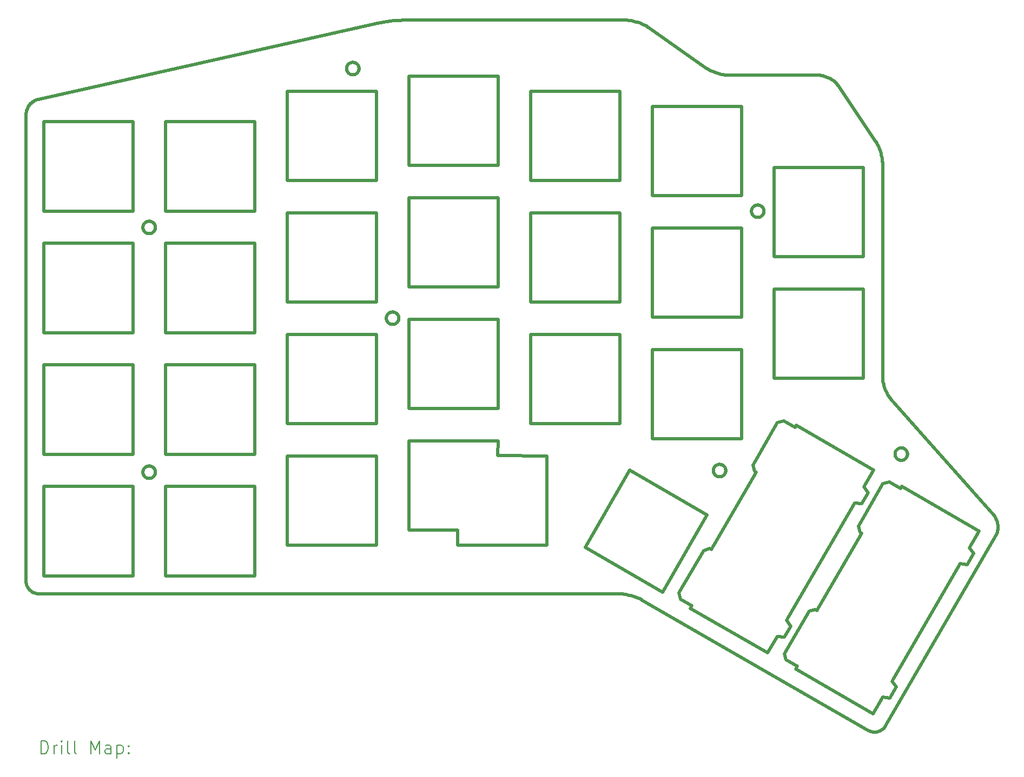
<source format=gbr>
%TF.GenerationSoftware,KiCad,Pcbnew,8.0.0*%
%TF.CreationDate,2024-03-05T17:39:41+11:00*%
%TF.ProjectId,ergodash-mini-double-pcb-plate,6572676f-6461-4736-982d-6d696e692d64,rev?*%
%TF.SameCoordinates,Original*%
%TF.FileFunction,Drillmap*%
%TF.FilePolarity,Positive*%
%FSLAX45Y45*%
G04 Gerber Fmt 4.5, Leading zero omitted, Abs format (unit mm)*
G04 Created by KiCad (PCBNEW 8.0.0) date 2024-03-05 17:39:41*
%MOMM*%
%LPD*%
G01*
G04 APERTURE LIST*
%ADD10C,0.499992*%
%ADD11C,0.499998*%
%ADD12C,0.200000*%
G04 APERTURE END LIST*
D10*
X19782122Y-11227468D02*
X19803112Y-11191204D01*
X21014833Y-11892349D01*
X20861622Y-12157214D01*
X20925439Y-12246220D01*
X20825462Y-12419186D01*
X20716348Y-12408144D01*
X19652828Y-14248128D01*
X19716046Y-14336745D01*
X19616034Y-14509712D01*
X19507555Y-14499058D01*
X19357307Y-14756939D01*
X18145550Y-14055793D01*
X18169539Y-14014342D01*
X17992268Y-13911754D01*
X17966727Y-13816116D01*
X18352066Y-13149542D01*
X18447704Y-13124001D01*
X18473704Y-13138995D01*
X19174779Y-11927380D01*
X19149097Y-11912528D01*
X19123591Y-11816889D01*
X19508930Y-11150317D01*
X19604569Y-11124775D01*
X19782122Y-11227468D01*
X18132180Y-10274969D02*
X18153170Y-10238703D01*
X19364856Y-10939849D01*
X19211680Y-11204714D01*
X19275498Y-11293720D01*
X19175520Y-11466687D01*
X19066371Y-11455645D01*
X18002887Y-13295628D01*
X18066069Y-13384246D01*
X17966092Y-13557214D01*
X17857613Y-13546559D01*
X17707330Y-13804440D01*
X16495608Y-13103294D01*
X16519597Y-13061842D01*
X16342291Y-12959254D01*
X16316750Y-12863616D01*
X16702124Y-12197042D01*
X16797762Y-12171502D01*
X16823762Y-12186494D01*
X17524838Y-10974880D01*
X17499156Y-10960027D01*
X17473614Y-10864388D01*
X17858989Y-10197816D01*
X17954627Y-10172274D01*
X18132180Y-10274969D01*
D11*
X8028743Y-10875346D02*
X8033699Y-10875723D01*
X8038582Y-10876343D01*
X8043387Y-10877201D01*
X8048107Y-10878290D01*
X8052736Y-10879604D01*
X8057268Y-10881138D01*
X8061697Y-10882884D01*
X8066017Y-10884838D01*
X8070222Y-10886991D01*
X8074305Y-10889340D01*
X8078261Y-10891877D01*
X8082083Y-10894596D01*
X8085766Y-10897491D01*
X8089303Y-10900556D01*
X8092688Y-10903785D01*
X8095915Y-10907172D01*
X8098979Y-10910710D01*
X8101872Y-10914394D01*
X8104589Y-10918217D01*
X8107123Y-10922174D01*
X8109469Y-10926257D01*
X8111621Y-10930461D01*
X8113572Y-10934780D01*
X8115317Y-10939208D01*
X8116848Y-10943738D01*
X8118161Y-10948364D01*
X8119248Y-10953081D01*
X8120105Y-10957882D01*
X8120724Y-10962761D01*
X8121101Y-10967711D01*
X8121227Y-10972727D01*
X8121101Y-10977746D01*
X8120724Y-10982699D01*
X8120105Y-10987580D01*
X8119248Y-10992382D01*
X8118161Y-10997099D01*
X8116848Y-11001726D01*
X8115316Y-11006256D01*
X8113572Y-11010683D01*
X8111621Y-11015001D01*
X8109469Y-11019204D01*
X8107123Y-11023286D01*
X8104588Y-11027240D01*
X8101871Y-11031062D01*
X8098978Y-11034743D01*
X8095915Y-11038279D01*
X8092688Y-11041664D01*
X8089302Y-11044890D01*
X8085765Y-11047953D01*
X8082083Y-11050845D01*
X8078260Y-11053562D01*
X8074304Y-11056096D01*
X8070221Y-11058442D01*
X8066016Y-11060593D01*
X8061696Y-11062544D01*
X8057267Y-11064288D01*
X8052735Y-11065820D01*
X8048106Y-11067133D01*
X8043386Y-11068220D01*
X8038582Y-11069077D01*
X8033699Y-11069696D01*
X8028743Y-11070072D01*
X8023721Y-11070199D01*
X8018708Y-11070072D01*
X8013760Y-11069696D01*
X8008884Y-11069077D01*
X8004086Y-11068220D01*
X7999372Y-11067133D01*
X7994747Y-11065820D01*
X7990219Y-11064288D01*
X7985794Y-11062544D01*
X7981476Y-11060593D01*
X7977274Y-11058442D01*
X7973192Y-11056096D01*
X7969237Y-11053562D01*
X7965415Y-11050845D01*
X7961732Y-11047953D01*
X7958195Y-11044890D01*
X7954809Y-11041664D01*
X7951581Y-11038279D01*
X7948516Y-11034743D01*
X7945622Y-11031062D01*
X7942903Y-11027240D01*
X7940367Y-11023286D01*
X7938019Y-11019204D01*
X7935865Y-11015001D01*
X7933912Y-11010683D01*
X7932166Y-11006256D01*
X7930632Y-11001726D01*
X7929318Y-10997099D01*
X7928229Y-10992382D01*
X7927371Y-10987580D01*
X7926751Y-10982699D01*
X7926374Y-10977746D01*
X7926247Y-10972727D01*
X7926374Y-10967711D01*
X7926751Y-10962761D01*
X7927371Y-10957882D01*
X7928229Y-10953081D01*
X7929318Y-10948364D01*
X7930632Y-10943738D01*
X7932166Y-10939208D01*
X7933912Y-10934780D01*
X7935865Y-10930461D01*
X7938019Y-10926257D01*
X7940367Y-10922174D01*
X7942903Y-10918217D01*
X7945622Y-10914394D01*
X7948516Y-10910710D01*
X7951581Y-10907172D01*
X7954809Y-10903785D01*
X7958195Y-10900556D01*
X7961732Y-10897491D01*
X7965415Y-10894596D01*
X7969237Y-10891877D01*
X7973192Y-10889340D01*
X7977274Y-10886991D01*
X7981476Y-10884838D01*
X7985794Y-10882884D01*
X7990219Y-10881138D01*
X7994747Y-10879604D01*
X7999372Y-10878290D01*
X8004086Y-10877201D01*
X8008884Y-10876343D01*
X8013760Y-10875723D01*
X8018708Y-10875346D01*
X8023721Y-10875219D01*
X8028743Y-10875346D01*
D10*
X6096000Y-12677209D02*
X6096000Y-5372315D01*
X6096261Y-12687463D02*
X6096000Y-12677209D01*
X6097037Y-12697588D02*
X6096261Y-12687463D01*
X6098315Y-12707569D02*
X6097037Y-12697588D01*
X6100082Y-12717395D02*
X6098315Y-12707569D01*
X6102324Y-12727051D02*
X6100082Y-12717395D01*
X6105030Y-12736527D02*
X6102324Y-12727051D01*
X6108186Y-12745808D02*
X6105030Y-12736527D01*
X6111780Y-12754882D02*
X6108186Y-12745808D01*
X6115799Y-12763736D02*
X6111780Y-12754882D01*
X6120230Y-12772358D02*
X6115799Y-12763736D01*
X6125059Y-12780734D02*
X6120230Y-12772358D01*
X6130275Y-12788851D02*
X6125059Y-12780734D01*
X6135865Y-12796698D02*
X6130275Y-12788851D01*
X6141815Y-12804260D02*
X6135865Y-12796698D01*
X6148114Y-12811526D02*
X6141815Y-12804260D01*
X6154747Y-12818483D02*
X6148114Y-12811526D01*
X6161702Y-12825117D02*
X6154747Y-12818483D01*
X6168967Y-12831415D02*
X6161702Y-12825117D01*
X6176529Y-12837366D02*
X6168967Y-12831415D01*
X6184374Y-12842956D02*
X6176529Y-12837366D01*
X6192491Y-12848173D02*
X6184374Y-12842956D01*
X6200865Y-12853003D02*
X6192491Y-12848173D01*
X6209485Y-12857434D02*
X6200865Y-12853003D01*
X6218338Y-12861452D02*
X6209485Y-12857434D01*
X6227410Y-12865046D02*
X6218338Y-12861452D01*
X6236689Y-12868203D02*
X6227410Y-12865046D01*
X6246162Y-12870909D02*
X6236689Y-12868203D01*
X6255816Y-12873151D02*
X6246162Y-12870909D01*
X6265639Y-12874918D02*
X6255816Y-12873151D01*
X6275618Y-12876196D02*
X6265639Y-12874918D01*
X6285739Y-12876972D02*
X6275618Y-12876196D01*
X6295991Y-12877233D02*
X6285739Y-12876972D01*
X15367213Y-12877233D02*
X6295991Y-12877233D01*
X15388485Y-12877752D02*
X15367213Y-12877233D01*
X15410922Y-12879275D02*
X15388485Y-12877752D01*
X15434335Y-12881749D02*
X15410922Y-12879275D01*
X15458532Y-12885124D02*
X15434335Y-12881749D01*
X15483322Y-12889349D02*
X15458532Y-12885124D01*
X15508513Y-12894371D02*
X15483322Y-12889349D01*
X15533915Y-12900139D02*
X15508513Y-12894371D01*
X15559336Y-12906602D02*
X15533915Y-12900139D01*
X15584585Y-12913708D02*
X15559336Y-12906602D01*
X15609471Y-12921406D02*
X15584585Y-12913708D01*
X15633803Y-12929645D02*
X15609471Y-12921406D01*
X15657388Y-12938372D02*
X15633803Y-12929645D01*
X15680038Y-12947537D02*
X15657388Y-12938372D01*
X15701559Y-12957087D02*
X15680038Y-12947537D01*
X15721761Y-12966972D02*
X15701559Y-12957087D01*
X15740452Y-12977140D02*
X15721761Y-12966972D01*
X19279801Y-15019124D02*
X15740452Y-12977140D01*
X19288813Y-15024023D02*
X19279801Y-15019124D01*
X19297969Y-15028412D02*
X19288813Y-15024023D01*
X19307253Y-15032294D02*
X19297969Y-15028412D01*
X19316648Y-15035676D02*
X19307253Y-15032294D01*
X19326135Y-15038561D02*
X19316648Y-15035676D01*
X19335697Y-15040954D02*
X19326135Y-15038561D01*
X19345316Y-15042861D02*
X19335697Y-15040954D01*
X19354976Y-15044285D02*
X19345316Y-15042861D01*
X19364658Y-15045231D02*
X19354976Y-15044285D01*
X19374345Y-15045705D02*
X19364658Y-15045231D01*
X19384020Y-15045710D02*
X19374345Y-15045705D01*
X19393665Y-15045252D02*
X19384020Y-15045710D01*
X19403262Y-15044335D02*
X19393665Y-15045252D01*
X19412794Y-15042964D02*
X19403262Y-15044335D01*
X19422243Y-15041144D02*
X19412794Y-15042964D01*
X19431593Y-15038880D02*
X19422243Y-15041144D01*
X19440825Y-15036175D02*
X19431593Y-15038880D01*
X19449921Y-15033035D02*
X19440825Y-15036175D01*
X19458865Y-15029465D02*
X19449921Y-15033035D01*
X19467639Y-15025469D02*
X19458865Y-15029465D01*
X19476225Y-15021052D02*
X19467639Y-15025469D01*
X19484606Y-15016219D02*
X19476225Y-15021052D01*
X19492764Y-15010975D02*
X19484606Y-15016219D01*
X19500682Y-15005323D02*
X19492764Y-15010975D01*
X19508342Y-14999269D02*
X19500682Y-15005323D01*
X19515727Y-14992818D02*
X19508342Y-14999269D01*
X19522819Y-14985974D02*
X19515727Y-14992818D01*
X19529601Y-14978742D02*
X19522819Y-14985974D01*
X19536055Y-14971127D02*
X19529601Y-14978742D01*
X19542164Y-14963133D02*
X19536055Y-14971127D01*
X19547909Y-14954766D02*
X19542164Y-14963133D01*
X19553275Y-14946029D02*
X19547909Y-14954766D01*
X21277229Y-11968301D02*
X19553275Y-14946029D01*
X21282191Y-11959228D02*
X21277229Y-11968301D01*
X21286746Y-11949884D02*
X21282191Y-11959228D01*
X21290897Y-11940288D02*
X21286746Y-11949884D01*
X21294646Y-11930462D02*
X21290897Y-11940288D01*
X21300944Y-11910202D02*
X21294646Y-11930462D01*
X21305658Y-11889266D02*
X21300944Y-11910202D01*
X21308804Y-11867822D02*
X21305658Y-11889266D01*
X21310399Y-11846035D02*
X21308804Y-11867822D01*
X21310459Y-11824069D02*
X21310399Y-11846035D01*
X21309001Y-11802090D02*
X21310459Y-11824069D01*
X21306042Y-11780263D02*
X21309001Y-11802090D01*
X21301599Y-11758753D02*
X21306042Y-11780263D01*
X21295689Y-11737726D02*
X21301599Y-11758753D01*
X21288327Y-11717347D02*
X21295689Y-11737726D01*
X21279531Y-11697781D02*
X21288327Y-11717347D01*
X21269317Y-11679194D02*
X21279531Y-11697781D01*
X21263683Y-11670319D02*
X21269317Y-11679194D01*
X21257702Y-11661750D02*
X21263683Y-11670319D01*
X21251374Y-11653509D02*
X21257702Y-11661750D01*
X21244703Y-11645615D02*
X21251374Y-11653509D01*
X19636704Y-9833430D02*
X21244703Y-11645615D01*
X19623184Y-9817155D02*
X19636704Y-9833430D01*
X19610043Y-9799301D02*
X19623184Y-9817155D01*
X19597349Y-9780047D02*
X19610043Y-9799301D01*
X19585169Y-9759572D02*
X19597349Y-9780047D01*
X19573571Y-9738056D02*
X19585169Y-9759572D01*
X19562625Y-9715677D02*
X19573571Y-9738056D01*
X19552398Y-9692615D02*
X19562625Y-9715677D01*
X19542957Y-9669049D02*
X19552398Y-9692615D01*
X19534372Y-9645159D02*
X19542957Y-9669049D01*
X19526711Y-9621123D02*
X19534372Y-9645159D01*
X19520041Y-9597122D02*
X19526711Y-9621123D01*
X19514431Y-9573333D02*
X19520041Y-9597122D01*
X19509949Y-9549938D02*
X19514431Y-9573333D01*
X19506664Y-9527114D02*
X19509949Y-9549938D01*
X19504642Y-9505041D02*
X19506664Y-9527114D01*
X19503953Y-9483898D02*
X19504642Y-9505041D01*
X19504203Y-6146192D02*
X19503953Y-9483898D01*
X19503623Y-6124954D02*
X19504203Y-6146192D01*
X19501922Y-6102625D02*
X19503623Y-6124954D01*
X19499156Y-6079391D02*
X19501922Y-6102625D01*
X19495383Y-6055440D02*
X19499156Y-6079391D01*
X19490660Y-6030959D02*
X19495383Y-6055440D01*
X19485045Y-6006137D02*
X19490660Y-6030959D01*
X19478596Y-5981160D02*
X19485045Y-6006137D01*
X19471368Y-5956216D02*
X19478596Y-5981160D01*
X19463421Y-5931492D02*
X19471368Y-5956216D01*
X19454811Y-5907175D02*
X19463421Y-5931492D01*
X19445595Y-5883454D02*
X19454811Y-5907175D01*
X19435832Y-5860516D02*
X19445595Y-5883454D01*
X19425577Y-5838547D02*
X19435832Y-5860516D01*
X19414889Y-5817736D02*
X19425577Y-5838547D01*
X19403826Y-5798270D02*
X19414889Y-5817736D01*
X19392443Y-5780337D02*
X19403826Y-5798270D01*
X18811453Y-4918252D02*
X19392443Y-5780337D01*
X18799034Y-4901355D02*
X18811453Y-4918252D01*
X18784927Y-4884933D02*
X18799034Y-4901355D01*
X18769292Y-4869070D02*
X18784927Y-4884933D01*
X18752290Y-4853851D02*
X18769292Y-4869070D01*
X18734079Y-4839361D02*
X18752290Y-4853851D01*
X18714820Y-4825686D02*
X18734079Y-4839361D01*
X18694672Y-4812909D02*
X18714820Y-4825686D01*
X18673795Y-4801117D02*
X18694672Y-4812909D01*
X18652349Y-4790394D02*
X18673795Y-4801117D01*
X18630493Y-4780825D02*
X18652349Y-4790394D01*
X18608388Y-4772495D02*
X18630493Y-4780825D01*
X18586192Y-4765489D02*
X18608388Y-4772495D01*
X18564066Y-4759892D02*
X18586192Y-4765489D01*
X18542170Y-4755789D02*
X18564066Y-4759892D01*
X18520662Y-4753264D02*
X18542170Y-4755789D01*
X18499704Y-4752404D02*
X18520662Y-4753264D01*
X17099740Y-4752404D02*
X18499704Y-4752404D01*
X17078526Y-4751804D02*
X17099740Y-4752404D01*
X17056243Y-4750044D02*
X17078526Y-4751804D01*
X17033078Y-4747183D02*
X17056243Y-4750044D01*
X17009217Y-4743281D02*
X17033078Y-4747183D01*
X16984847Y-4738397D02*
X17009217Y-4743281D01*
X16960154Y-4732590D02*
X16984847Y-4738397D01*
X16935325Y-4725920D02*
X16960154Y-4732590D01*
X16910546Y-4718446D02*
X16935325Y-4725920D01*
X16886003Y-4710228D02*
X16910546Y-4718446D01*
X16861883Y-4701324D02*
X16886003Y-4710228D01*
X16838372Y-4691795D02*
X16861883Y-4701324D01*
X16815657Y-4681699D02*
X16838372Y-4691795D01*
X16793925Y-4671097D02*
X16815657Y-4681699D01*
X16773361Y-4660047D02*
X16793925Y-4671097D01*
X16754152Y-4648609D02*
X16773361Y-4660047D01*
X16736485Y-4636842D02*
X16754152Y-4648609D01*
X15844592Y-4005895D02*
X16736485Y-4636842D01*
X15826920Y-3994133D02*
X15844592Y-4005895D01*
X15807708Y-3982699D02*
X15826920Y-3994133D01*
X15787142Y-3971653D02*
X15807708Y-3982699D01*
X15765410Y-3961053D02*
X15787142Y-3971653D01*
X15742696Y-3950960D02*
X15765410Y-3961053D01*
X15719186Y-3941433D02*
X15742696Y-3950960D01*
X15695068Y-3932531D02*
X15719186Y-3941433D01*
X15670527Y-3924314D02*
X15695068Y-3932531D01*
X15645749Y-3916841D02*
X15670527Y-3924314D01*
X15620920Y-3910172D02*
X15645749Y-3916841D01*
X15596227Y-3904365D02*
X15620920Y-3910172D01*
X15571855Y-3899482D02*
X15596227Y-3904365D01*
X15547990Y-3895579D02*
X15571855Y-3899482D01*
X15524819Y-3892719D02*
X15547990Y-3895579D01*
X15502527Y-3890959D02*
X15524819Y-3892719D01*
X15481301Y-3890359D02*
X15502527Y-3890959D01*
X11998291Y-3890359D02*
X15481301Y-3890359D01*
X11954122Y-3891256D02*
X11998291Y-3890359D01*
X11905221Y-3893827D02*
X11954122Y-3891256D01*
X11853206Y-3897891D02*
X11905221Y-3893827D01*
X11799699Y-3903266D02*
X11853206Y-3897891D01*
X11746319Y-3909771D02*
X11799699Y-3903266D01*
X11694686Y-3917224D02*
X11746319Y-3909771D01*
X11646421Y-3925444D02*
X11694686Y-3917224D01*
X11603144Y-3934249D02*
X11646421Y-3925444D01*
X6291122Y-5128402D02*
X11603144Y-3934249D01*
X6281120Y-5130909D02*
X6291122Y-5128402D01*
X6271245Y-5133902D02*
X6281120Y-5130909D01*
X6261510Y-5137366D02*
X6271245Y-5133902D01*
X6251926Y-5141285D02*
X6261510Y-5137366D01*
X6242507Y-5145644D02*
X6251926Y-5141285D01*
X6233265Y-5150427D02*
X6242507Y-5145644D01*
X6224212Y-5155618D02*
X6233265Y-5150427D01*
X6215360Y-5161201D02*
X6224212Y-5155618D01*
X6198313Y-5173484D02*
X6215360Y-5161201D01*
X6182224Y-5187149D02*
X6198313Y-5173484D01*
X6167192Y-5202072D02*
X6182224Y-5187149D01*
X6153318Y-5218128D02*
X6167192Y-5202072D01*
X6140701Y-5235190D02*
X6153318Y-5218128D01*
X6129442Y-5253135D02*
X6140701Y-5235190D01*
X6119640Y-5271836D02*
X6129442Y-5253135D01*
X6111396Y-5291169D02*
X6119640Y-5271836D01*
X6107890Y-5301034D02*
X6111396Y-5291169D01*
X6104811Y-5311009D02*
X6107890Y-5301034D01*
X6102171Y-5321080D02*
X6104811Y-5311009D01*
X6099982Y-5331230D02*
X6102171Y-5321080D01*
X6098259Y-5341444D02*
X6099982Y-5331230D01*
X6097012Y-5351707D02*
X6098259Y-5341444D01*
X6096255Y-5362003D02*
X6097012Y-5351707D01*
X6096000Y-5372315D02*
X6096255Y-5362003D01*
D11*
X8028743Y-7039911D02*
X8033699Y-7040288D01*
X8038582Y-7040908D01*
X8043387Y-7041767D01*
X8048107Y-7042857D01*
X8052736Y-7044172D01*
X8057268Y-7045706D01*
X8061697Y-7047454D01*
X8066017Y-7049408D01*
X8070222Y-7051563D01*
X8074305Y-7053912D01*
X8078261Y-7056450D01*
X8082083Y-7059170D01*
X8085766Y-7062067D01*
X8089303Y-7065133D01*
X8092688Y-7068363D01*
X8095915Y-7071750D01*
X8098979Y-7075289D01*
X8101872Y-7078974D01*
X8104589Y-7082797D01*
X8107123Y-7086754D01*
X8109469Y-7090837D01*
X8111621Y-7095041D01*
X8113572Y-7099359D01*
X8115317Y-7103786D01*
X8116848Y-7108315D01*
X8118161Y-7112941D01*
X8119248Y-7117656D01*
X8120105Y-7122454D01*
X8120724Y-7127331D01*
X8121101Y-7132279D01*
X8121227Y-7137292D01*
X8121101Y-7142311D01*
X8120724Y-7147264D01*
X8120105Y-7152145D01*
X8119248Y-7156948D01*
X8118161Y-7161666D01*
X8116848Y-7166294D01*
X8115316Y-7170825D01*
X8113572Y-7175254D01*
X8111621Y-7179573D01*
X8109469Y-7183778D01*
X8107123Y-7187861D01*
X8104588Y-7191817D01*
X8101871Y-7195640D01*
X8098978Y-7199323D01*
X8095915Y-7202861D01*
X8092688Y-7206247D01*
X8089302Y-7209475D01*
X8085765Y-7212539D01*
X8082083Y-7215434D01*
X8078260Y-7218152D01*
X8074304Y-7220687D01*
X8070221Y-7223035D01*
X8066016Y-7225188D01*
X8061696Y-7227140D01*
X8057267Y-7228885D01*
X8052735Y-7230418D01*
X8048106Y-7231731D01*
X8043386Y-7232820D01*
X8038582Y-7233677D01*
X8033699Y-7234297D01*
X8028743Y-7234673D01*
X8023721Y-7234800D01*
X8018708Y-7234673D01*
X8013760Y-7234297D01*
X8008884Y-7233677D01*
X8004086Y-7232820D01*
X7999372Y-7231731D01*
X7994747Y-7230418D01*
X7990219Y-7228885D01*
X7985794Y-7227140D01*
X7981476Y-7225188D01*
X7977274Y-7223035D01*
X7973192Y-7220687D01*
X7969237Y-7218152D01*
X7965415Y-7215434D01*
X7961732Y-7212539D01*
X7958195Y-7209475D01*
X7954809Y-7206247D01*
X7951581Y-7202861D01*
X7948516Y-7199323D01*
X7945622Y-7195640D01*
X7942903Y-7191817D01*
X7940367Y-7187861D01*
X7938019Y-7183778D01*
X7935865Y-7179573D01*
X7933912Y-7175254D01*
X7932166Y-7170825D01*
X7930632Y-7166294D01*
X7929318Y-7161666D01*
X7928229Y-7156948D01*
X7927371Y-7152145D01*
X7926751Y-7147264D01*
X7926374Y-7142311D01*
X7926247Y-7137292D01*
X7926374Y-7132279D01*
X7926751Y-7127331D01*
X7927371Y-7122454D01*
X7928229Y-7117656D01*
X7929318Y-7112941D01*
X7930632Y-7108315D01*
X7932166Y-7103786D01*
X7933912Y-7099359D01*
X7935865Y-7095041D01*
X7938019Y-7090837D01*
X7940367Y-7086754D01*
X7942903Y-7082797D01*
X7945622Y-7078974D01*
X7948516Y-7075289D01*
X7951581Y-7071750D01*
X7954809Y-7068363D01*
X7958195Y-7065133D01*
X7961732Y-7062067D01*
X7965415Y-7059170D01*
X7969237Y-7056450D01*
X7973192Y-7053912D01*
X7977274Y-7051563D01*
X7981476Y-7049408D01*
X7985794Y-7047454D01*
X7990219Y-7045706D01*
X7994747Y-7044172D01*
X7999372Y-7042857D01*
X8004086Y-7041767D01*
X8008884Y-7040908D01*
X8013760Y-7040288D01*
X8018708Y-7039911D01*
X8023721Y-7039784D01*
X8028743Y-7039911D01*
X11216439Y-4550785D02*
X11221392Y-4551162D01*
X11226273Y-4551782D01*
X11231075Y-4552640D01*
X11235792Y-4553729D01*
X11240419Y-4555043D01*
X11244949Y-4556577D01*
X11249376Y-4558323D01*
X11253694Y-4560276D01*
X11257897Y-4562429D01*
X11261979Y-4564777D01*
X11265934Y-4567313D01*
X11269755Y-4570032D01*
X11273436Y-4572926D01*
X11276972Y-4575991D01*
X11280357Y-4579219D01*
X11283583Y-4582604D01*
X11286646Y-4586142D01*
X11289538Y-4589824D01*
X11292255Y-4593646D01*
X11294789Y-4597601D01*
X11297135Y-4601682D01*
X11299286Y-4605885D01*
X11301237Y-4610202D01*
X11302982Y-4614627D01*
X11304513Y-4619155D01*
X11305826Y-4623779D01*
X11306913Y-4628493D01*
X11307770Y-4633291D01*
X11308389Y-4638167D01*
X11308765Y-4643114D01*
X11308892Y-4648127D01*
X11308765Y-4653150D01*
X11308389Y-4658107D01*
X11307770Y-4662991D01*
X11306913Y-4667796D01*
X11305826Y-4672516D01*
X11304513Y-4677146D01*
X11302982Y-4681678D01*
X11301237Y-4686108D01*
X11299286Y-4690428D01*
X11297135Y-4694633D01*
X11294789Y-4698716D01*
X11292255Y-4702672D01*
X11289538Y-4706495D01*
X11286646Y-4710178D01*
X11283583Y-4713715D01*
X11280357Y-4717100D01*
X11276972Y-4720327D01*
X11273436Y-4723390D01*
X11269755Y-4726284D01*
X11265934Y-4729000D01*
X11261979Y-4731535D01*
X11257897Y-4733881D01*
X11253694Y-4736033D01*
X11249376Y-4737984D01*
X11244949Y-4739728D01*
X11240419Y-4741260D01*
X11235792Y-4742572D01*
X11231075Y-4743660D01*
X11226273Y-4744516D01*
X11221392Y-4745136D01*
X11216439Y-4745512D01*
X11211420Y-4745638D01*
X11206404Y-4745512D01*
X11201454Y-4745136D01*
X11196575Y-4744516D01*
X11191774Y-4743660D01*
X11187058Y-4742572D01*
X11182431Y-4741260D01*
X11177901Y-4739728D01*
X11173473Y-4737984D01*
X11169154Y-4736033D01*
X11164950Y-4733881D01*
X11160867Y-4731535D01*
X11156911Y-4729000D01*
X11153087Y-4726284D01*
X11149404Y-4723390D01*
X11145865Y-4720327D01*
X11142478Y-4717100D01*
X11139249Y-4713715D01*
X11136184Y-4710178D01*
X11133289Y-4706495D01*
X11130570Y-4702672D01*
X11128033Y-4698716D01*
X11125685Y-4694633D01*
X11123531Y-4690428D01*
X11121577Y-4686108D01*
X11119831Y-4681678D01*
X11118298Y-4677146D01*
X11116983Y-4672516D01*
X11115894Y-4667796D01*
X11115036Y-4662991D01*
X11114416Y-4658107D01*
X11114039Y-4653150D01*
X11113912Y-4648127D01*
X11114039Y-4643114D01*
X11114416Y-4638167D01*
X11115036Y-4633291D01*
X11115894Y-4628493D01*
X11116983Y-4623779D01*
X11118298Y-4619154D01*
X11119831Y-4614627D01*
X11121577Y-4610201D01*
X11123531Y-4605884D01*
X11125685Y-4601682D01*
X11128033Y-4597600D01*
X11130570Y-4593645D01*
X11133289Y-4589823D01*
X11136184Y-4586141D01*
X11139249Y-4582604D01*
X11142478Y-4579218D01*
X11145865Y-4575990D01*
X11149404Y-4572926D01*
X11153087Y-4570031D01*
X11156911Y-4567313D01*
X11160867Y-4564777D01*
X11164950Y-4562429D01*
X11169154Y-4560275D01*
X11173473Y-4558322D01*
X11177901Y-4556576D01*
X11182431Y-4555043D01*
X11187058Y-4553729D01*
X11191774Y-4552640D01*
X11196575Y-4551782D01*
X11201454Y-4551162D01*
X11206404Y-4550785D01*
X11211420Y-4550659D01*
X11216439Y-4550785D01*
X11838742Y-8462346D02*
X11843698Y-8462722D01*
X11848581Y-8463343D01*
X11853386Y-8464200D01*
X11858106Y-8465289D01*
X11862735Y-8466604D01*
X11867267Y-8468137D01*
X11871696Y-8469883D01*
X11876016Y-8471836D01*
X11880221Y-8473990D01*
X11884304Y-8476338D01*
X11888260Y-8478874D01*
X11892083Y-8481593D01*
X11895766Y-8484488D01*
X11899303Y-8487552D01*
X11902688Y-8490780D01*
X11905915Y-8494166D01*
X11908979Y-8497704D01*
X11911872Y-8501386D01*
X11914589Y-8505208D01*
X11917123Y-8509163D01*
X11919470Y-8513245D01*
X11921621Y-8517448D01*
X11923573Y-8521765D01*
X11925317Y-8526191D01*
X11926849Y-8530719D01*
X11928161Y-8535343D01*
X11929249Y-8540057D01*
X11930106Y-8544855D01*
X11930725Y-8549731D01*
X11931101Y-8554679D01*
X11931228Y-8559692D01*
X11931101Y-8564714D01*
X11930725Y-8569670D01*
X11930106Y-8574553D01*
X11929249Y-8579358D01*
X11928161Y-8584078D01*
X11926849Y-8588707D01*
X11925317Y-8593239D01*
X11923573Y-8597668D01*
X11921621Y-8601988D01*
X11919470Y-8606193D01*
X11917123Y-8610276D01*
X11914589Y-8614232D01*
X11911872Y-8618054D01*
X11908979Y-8621737D01*
X11905915Y-8625274D01*
X11902688Y-8628659D01*
X11899303Y-8631887D01*
X11895766Y-8634950D01*
X11892083Y-8637843D01*
X11888260Y-8640560D01*
X11884304Y-8643094D01*
X11880221Y-8645441D01*
X11876016Y-8647592D01*
X11871696Y-8649543D01*
X11867267Y-8651288D01*
X11862735Y-8652819D01*
X11858106Y-8654132D01*
X11853386Y-8655220D01*
X11848581Y-8656076D01*
X11843698Y-8656696D01*
X11838742Y-8657072D01*
X11833720Y-8657198D01*
X11828707Y-8657072D01*
X11823759Y-8656696D01*
X11818884Y-8656076D01*
X11814085Y-8655220D01*
X11809371Y-8654132D01*
X11804747Y-8652819D01*
X11800219Y-8651288D01*
X11795794Y-8649543D01*
X11791477Y-8647592D01*
X11787274Y-8645440D01*
X11783192Y-8643094D01*
X11779237Y-8640559D01*
X11775415Y-8637843D01*
X11771733Y-8634949D01*
X11768195Y-8631886D01*
X11764810Y-8628659D01*
X11761581Y-8625274D01*
X11758517Y-8621737D01*
X11755622Y-8618054D01*
X11752904Y-8614231D01*
X11750367Y-8610276D01*
X11748019Y-8606192D01*
X11745866Y-8601987D01*
X11743913Y-8597668D01*
X11742166Y-8593239D01*
X11740633Y-8588706D01*
X11739319Y-8584077D01*
X11738230Y-8579358D01*
X11737372Y-8574553D01*
X11736752Y-8569670D01*
X11736375Y-8564714D01*
X11736248Y-8559692D01*
X11736375Y-8554679D01*
X11736752Y-8549731D01*
X11737372Y-8544855D01*
X11738230Y-8540057D01*
X11739319Y-8535343D01*
X11740633Y-8530719D01*
X11742166Y-8526191D01*
X11743913Y-8521765D01*
X11745866Y-8517448D01*
X11748019Y-8513245D01*
X11750367Y-8509163D01*
X11752904Y-8505208D01*
X11755622Y-8501386D01*
X11758517Y-8497704D01*
X11761581Y-8494166D01*
X11764810Y-8490780D01*
X11768195Y-8487552D01*
X11771733Y-8484488D01*
X11775415Y-8481593D01*
X11779237Y-8478874D01*
X11783192Y-8476338D01*
X11787274Y-8473990D01*
X11791477Y-8471836D01*
X11795794Y-8469883D01*
X11800219Y-8468137D01*
X11804747Y-8466604D01*
X11809371Y-8465289D01*
X11814085Y-8464200D01*
X11818884Y-8463343D01*
X11823759Y-8462722D01*
X11828707Y-8462346D01*
X11833720Y-8462219D01*
X11838742Y-8462346D01*
X17553708Y-6785949D02*
X17558663Y-6786326D01*
X17563547Y-6786946D01*
X17568351Y-6787804D01*
X17573071Y-6788893D01*
X17577701Y-6790207D01*
X17582233Y-6791741D01*
X17586662Y-6793487D01*
X17590982Y-6795440D01*
X17595187Y-6797594D01*
X17599270Y-6799942D01*
X17603226Y-6802479D01*
X17607048Y-6805198D01*
X17610731Y-6808093D01*
X17614268Y-6811158D01*
X17617653Y-6814387D01*
X17620881Y-6817774D01*
X17623944Y-6821312D01*
X17626837Y-6824996D01*
X17629554Y-6828819D01*
X17632089Y-6832776D01*
X17634435Y-6836859D01*
X17636587Y-6841064D01*
X17638538Y-6845383D01*
X17640282Y-6849811D01*
X17641814Y-6854341D01*
X17643126Y-6858968D01*
X17644214Y-6863685D01*
X17645071Y-6868486D01*
X17645690Y-6873366D01*
X17646066Y-6878317D01*
X17646193Y-6883334D01*
X17646066Y-6888353D01*
X17645690Y-6893306D01*
X17645071Y-6898186D01*
X17644214Y-6902989D01*
X17643126Y-6907707D01*
X17641814Y-6912334D01*
X17640282Y-6916865D01*
X17638538Y-6921293D01*
X17636587Y-6925612D01*
X17634435Y-6929816D01*
X17632089Y-6933899D01*
X17629554Y-6937854D01*
X17626837Y-6941677D01*
X17623944Y-6945360D01*
X17620881Y-6948897D01*
X17617653Y-6952282D01*
X17614268Y-6955510D01*
X17610731Y-6958574D01*
X17607048Y-6961468D01*
X17603226Y-6964185D01*
X17599270Y-6966721D01*
X17595187Y-6969068D01*
X17590982Y-6971220D01*
X17586662Y-6973172D01*
X17582233Y-6974917D01*
X17577701Y-6976450D01*
X17573071Y-6977763D01*
X17568351Y-6978851D01*
X17563547Y-6979708D01*
X17558663Y-6980328D01*
X17553708Y-6980704D01*
X17548685Y-6980831D01*
X17543672Y-6980704D01*
X17538725Y-6980328D01*
X17533849Y-6979708D01*
X17529051Y-6978851D01*
X17524337Y-6977763D01*
X17519713Y-6976450D01*
X17515185Y-6974917D01*
X17510759Y-6973172D01*
X17506442Y-6971220D01*
X17502239Y-6969068D01*
X17498157Y-6966721D01*
X17494202Y-6964185D01*
X17490381Y-6961468D01*
X17486698Y-6958574D01*
X17483161Y-6955510D01*
X17479775Y-6952282D01*
X17476546Y-6948897D01*
X17473482Y-6945360D01*
X17470587Y-6941677D01*
X17467869Y-6937854D01*
X17465332Y-6933899D01*
X17462984Y-6929816D01*
X17460830Y-6925612D01*
X17458877Y-6921293D01*
X17457131Y-6916865D01*
X17455598Y-6912334D01*
X17454284Y-6907707D01*
X17453194Y-6902989D01*
X17452337Y-6898186D01*
X17451716Y-6893306D01*
X17451340Y-6888353D01*
X17451213Y-6883334D01*
X17451340Y-6878317D01*
X17451716Y-6873366D01*
X17452337Y-6868487D01*
X17453194Y-6863686D01*
X17454284Y-6858968D01*
X17455598Y-6854342D01*
X17457131Y-6849811D01*
X17458877Y-6845383D01*
X17460830Y-6841064D01*
X17462984Y-6836860D01*
X17465332Y-6832776D01*
X17467869Y-6828820D01*
X17470587Y-6824997D01*
X17473482Y-6821313D01*
X17476546Y-6817775D01*
X17479775Y-6814388D01*
X17483161Y-6811159D01*
X17486698Y-6808093D01*
X17490381Y-6805198D01*
X17494202Y-6802479D01*
X17498157Y-6799942D01*
X17502239Y-6797594D01*
X17506442Y-6795440D01*
X17510759Y-6793487D01*
X17515185Y-6791741D01*
X17519713Y-6790207D01*
X17524337Y-6788893D01*
X17529051Y-6787804D01*
X17533849Y-6786946D01*
X17538725Y-6786326D01*
X17543672Y-6785949D01*
X17548685Y-6785822D01*
X17553708Y-6785949D01*
X19800617Y-10591749D02*
X19805570Y-10592126D01*
X19810451Y-10592746D01*
X19815254Y-10593604D01*
X19819972Y-10594693D01*
X19824600Y-10596008D01*
X19829131Y-10597541D01*
X19833559Y-10599287D01*
X19837879Y-10601241D01*
X19842083Y-10603395D01*
X19846167Y-10605743D01*
X19850123Y-10608280D01*
X19853945Y-10610999D01*
X19857629Y-10613894D01*
X19861166Y-10616959D01*
X19864552Y-10620188D01*
X19867781Y-10623575D01*
X19870845Y-10627113D01*
X19873739Y-10630797D01*
X19876457Y-10634620D01*
X19878993Y-10638576D01*
X19881340Y-10642660D01*
X19883493Y-10646864D01*
X19885445Y-10651183D01*
X19887191Y-10655610D01*
X19888723Y-10660140D01*
X19890037Y-10664767D01*
X19891125Y-10669483D01*
X19891982Y-10674284D01*
X19892602Y-10679163D01*
X19892979Y-10684113D01*
X19893105Y-10689129D01*
X19892979Y-10694148D01*
X19892602Y-10699101D01*
X19891982Y-10703982D01*
X19891125Y-10708784D01*
X19890037Y-10713501D01*
X19888723Y-10718128D01*
X19887191Y-10722658D01*
X19885445Y-10727085D01*
X19883493Y-10731404D01*
X19881340Y-10735607D01*
X19878993Y-10739689D01*
X19876457Y-10743643D01*
X19873739Y-10747465D01*
X19870845Y-10751146D01*
X19867781Y-10754682D01*
X19864552Y-10758067D01*
X19861166Y-10761293D01*
X19857629Y-10764356D01*
X19853945Y-10767248D01*
X19850123Y-10769965D01*
X19846167Y-10772499D01*
X19842083Y-10774845D01*
X19837879Y-10776997D01*
X19833559Y-10778947D01*
X19829131Y-10780692D01*
X19824600Y-10782223D01*
X19819972Y-10783536D01*
X19815254Y-10784623D01*
X19810451Y-10785480D01*
X19805570Y-10786099D01*
X19800617Y-10786475D01*
X19795598Y-10786602D01*
X19790581Y-10786475D01*
X19785631Y-10786099D01*
X19780752Y-10785480D01*
X19775952Y-10784623D01*
X19771235Y-10783536D01*
X19766608Y-10782223D01*
X19762078Y-10780692D01*
X19757651Y-10778947D01*
X19753332Y-10776997D01*
X19749128Y-10774845D01*
X19745044Y-10772499D01*
X19741088Y-10769965D01*
X19737265Y-10767248D01*
X19733581Y-10764356D01*
X19730043Y-10761293D01*
X19726656Y-10758067D01*
X19723427Y-10754682D01*
X19720362Y-10751146D01*
X19717466Y-10747465D01*
X19714747Y-10743643D01*
X19712210Y-10739689D01*
X19709862Y-10735607D01*
X19707708Y-10731404D01*
X19705755Y-10727085D01*
X19704008Y-10722658D01*
X19702475Y-10718128D01*
X19701161Y-10713501D01*
X19700071Y-10708784D01*
X19699214Y-10703982D01*
X19698593Y-10699101D01*
X19698217Y-10694148D01*
X19698090Y-10689129D01*
X19698217Y-10684113D01*
X19698593Y-10679163D01*
X19699214Y-10674284D01*
X19700071Y-10669483D01*
X19701161Y-10664767D01*
X19702475Y-10660140D01*
X19704008Y-10655610D01*
X19705755Y-10651183D01*
X19707708Y-10646864D01*
X19709862Y-10642660D01*
X19712210Y-10638576D01*
X19714747Y-10634620D01*
X19717466Y-10630797D01*
X19720362Y-10627113D01*
X19723427Y-10623575D01*
X19726656Y-10620188D01*
X19730043Y-10616959D01*
X19733581Y-10613894D01*
X19737265Y-10610999D01*
X19741088Y-10608280D01*
X19745044Y-10605743D01*
X19749128Y-10603395D01*
X19753332Y-10601241D01*
X19757651Y-10599287D01*
X19762078Y-10597541D01*
X19766608Y-10596008D01*
X19771235Y-10594693D01*
X19775952Y-10593604D01*
X19780752Y-10592746D01*
X19785631Y-10592126D01*
X19790581Y-10591749D01*
X19795598Y-10591622D01*
X19800617Y-10591749D01*
X16956840Y-10849983D02*
X16961792Y-10850360D01*
X16966673Y-10850981D01*
X16971475Y-10851839D01*
X16976193Y-10852929D01*
X16980819Y-10854244D01*
X16985349Y-10855779D01*
X16989777Y-10857526D01*
X16994095Y-10859480D01*
X16998298Y-10861635D01*
X17002380Y-10863985D01*
X17006334Y-10866523D01*
X17010156Y-10869243D01*
X17013837Y-10872139D01*
X17017373Y-10875205D01*
X17020758Y-10878435D01*
X17023984Y-10881823D01*
X17027047Y-10885362D01*
X17029939Y-10889046D01*
X17032656Y-10892869D01*
X17035190Y-10896826D01*
X17037536Y-10900909D01*
X17039687Y-10905113D01*
X17041638Y-10909431D01*
X17043382Y-10913858D01*
X17044914Y-10918387D01*
X17046226Y-10923012D01*
X17047314Y-10927727D01*
X17048171Y-10932526D01*
X17048790Y-10937402D01*
X17049166Y-10942350D01*
X17049293Y-10947363D01*
X17049166Y-10952382D01*
X17048790Y-10957335D01*
X17048171Y-10962216D01*
X17047314Y-10967019D01*
X17046226Y-10971737D01*
X17044914Y-10976365D01*
X17043382Y-10980896D01*
X17041638Y-10985324D01*
X17039687Y-10989644D01*
X17037536Y-10993848D01*
X17035190Y-10997932D01*
X17032656Y-11001888D01*
X17029939Y-11005710D01*
X17027047Y-11009394D01*
X17023984Y-11012931D01*
X17020758Y-11016317D01*
X17017373Y-11019545D01*
X17013837Y-11022609D01*
X17010156Y-11025504D01*
X17006334Y-11028222D01*
X17002380Y-11030757D01*
X16998298Y-11033104D01*
X16994095Y-11035257D01*
X16989777Y-11037209D01*
X16985349Y-11038955D01*
X16980819Y-11040487D01*
X16976193Y-11041801D01*
X16971475Y-11042889D01*
X16966673Y-11043746D01*
X16961792Y-11044366D01*
X16956840Y-11044743D01*
X16951820Y-11044869D01*
X16946804Y-11044743D01*
X16941854Y-11044366D01*
X16936975Y-11043746D01*
X16932174Y-11042889D01*
X16927458Y-11041801D01*
X16922831Y-11040487D01*
X16918301Y-11038955D01*
X16913874Y-11037209D01*
X16909555Y-11035257D01*
X16905351Y-11033104D01*
X16901267Y-11030757D01*
X16897311Y-11028222D01*
X16893488Y-11025504D01*
X16889804Y-11022609D01*
X16886266Y-11019545D01*
X16882879Y-11016317D01*
X16879650Y-11012931D01*
X16876585Y-11009394D01*
X16873689Y-11005710D01*
X16870970Y-11001888D01*
X16868433Y-10997932D01*
X16866085Y-10993848D01*
X16863931Y-10989644D01*
X16861978Y-10985324D01*
X16860231Y-10980896D01*
X16858698Y-10976365D01*
X16857384Y-10971737D01*
X16856294Y-10967019D01*
X16855437Y-10962216D01*
X16854816Y-10957335D01*
X16854440Y-10952382D01*
X16854313Y-10947363D01*
X16854440Y-10942350D01*
X16854816Y-10937402D01*
X16855437Y-10932525D01*
X16856294Y-10927727D01*
X16857384Y-10923012D01*
X16858698Y-10918386D01*
X16860231Y-10913857D01*
X16861978Y-10909431D01*
X16863931Y-10905112D01*
X16866085Y-10900908D01*
X16868433Y-10896825D01*
X16870970Y-10892869D01*
X16873689Y-10889045D01*
X16876585Y-10885361D01*
X16879650Y-10881822D01*
X16882879Y-10878435D01*
X16886266Y-10875205D01*
X16889804Y-10872139D01*
X16893488Y-10869242D01*
X16897311Y-10866522D01*
X16901267Y-10863984D01*
X16905351Y-10861635D01*
X16909555Y-10859480D01*
X16913874Y-10857526D01*
X16918301Y-10855778D01*
X16922831Y-10854244D01*
X16927458Y-10852929D01*
X16932174Y-10851839D01*
X16936975Y-10850981D01*
X16941854Y-10850360D01*
X16946804Y-10849983D01*
X16951820Y-10849856D01*
X16956840Y-10849983D01*
X11582860Y-10717704D02*
X11582860Y-12118902D01*
X10181591Y-12118902D01*
X10181591Y-10717634D01*
X11582860Y-10717704D01*
X9677860Y-12595152D02*
X8276591Y-12595152D01*
X8276591Y-11193884D01*
X9677860Y-11193884D01*
X9677860Y-12595152D01*
X7772860Y-12595152D02*
X6371590Y-12595152D01*
X6371590Y-11193884D01*
X7772860Y-11193884D01*
X7772860Y-12595152D01*
X19202896Y-7593505D02*
X17801627Y-7593505D01*
X17801627Y-6194384D01*
X19202896Y-6194384D01*
X19202896Y-7593505D01*
X17297896Y-10451003D02*
X15896627Y-10451003D01*
X15896627Y-9051888D01*
X17297896Y-9051888D01*
X17297896Y-10451003D01*
X17297896Y-6641003D02*
X15896627Y-6641003D01*
X15896627Y-5241883D01*
X17297896Y-5241883D01*
X17297896Y-6641003D01*
X15392895Y-10213903D02*
X13991662Y-10213903D01*
X13991662Y-8812634D01*
X15392895Y-8812634D01*
X15392895Y-10213903D01*
X15392895Y-6403902D02*
X13991662Y-6403902D01*
X13991662Y-5002630D01*
X15392895Y-5002630D01*
X15392895Y-6403902D01*
X13487860Y-9974755D02*
X12086591Y-9974755D01*
X12086591Y-8575637D01*
X13487860Y-8575637D01*
X13487860Y-9974755D01*
X13487860Y-6164755D02*
X12086591Y-6164755D01*
X12086591Y-4765634D01*
X13487860Y-4765634D01*
X13487860Y-6164755D01*
X9677860Y-10690151D02*
X8276591Y-10690151D01*
X8276591Y-9288955D01*
X9677860Y-9288955D01*
X9677860Y-10690151D01*
X9677860Y-8785153D02*
X8276591Y-8785153D01*
X8276591Y-7383883D01*
X9677860Y-7383883D01*
X9677860Y-8785153D01*
X9677860Y-6880151D02*
X8276591Y-6880151D01*
X8276591Y-5478880D01*
X9677860Y-5478880D01*
X9677860Y-6880151D01*
X7772860Y-8785153D02*
X6371590Y-8785153D01*
X6371590Y-7383883D01*
X7772860Y-7383883D01*
X7772860Y-8785153D01*
X7772860Y-6880152D02*
X6371590Y-6880152D01*
X6371590Y-5478880D01*
X7772860Y-5478880D01*
X7772860Y-6880152D01*
X7772860Y-10690151D02*
X6371590Y-10690151D01*
X6371590Y-9288955D01*
X7772860Y-9288955D01*
X7772860Y-10690151D01*
X11582860Y-8308901D02*
X10181591Y-8308901D01*
X10181591Y-6907630D01*
X11582860Y-6907630D01*
X11582860Y-8308901D01*
X11582860Y-10213903D02*
X10181591Y-10213903D01*
X10181591Y-8812634D01*
X11582860Y-8812634D01*
X11582860Y-10213903D01*
X13481481Y-10713452D02*
X14249895Y-10717704D01*
X14249895Y-12118902D01*
X12848663Y-12118902D01*
X12848662Y-11879754D01*
X12086591Y-11879754D01*
X12086591Y-10480638D01*
X13487860Y-10480638D01*
X13481481Y-10713452D01*
X16758110Y-11638454D02*
X16057529Y-12851269D01*
X14846795Y-12150652D01*
X15545295Y-10937802D01*
X16758110Y-11638454D01*
X11582860Y-6403902D02*
X10181591Y-6403902D01*
X10181591Y-5002630D01*
X11582860Y-5002630D01*
X11582860Y-6403902D01*
X13487860Y-8069753D02*
X12086591Y-8069753D01*
X12086591Y-6670634D01*
X13487860Y-6670634D01*
X13487860Y-8069753D01*
X15392895Y-8308901D02*
X13991662Y-8308901D01*
X13991662Y-6907630D01*
X15392895Y-6907630D01*
X15392895Y-8308901D01*
X19202896Y-9498504D02*
X17801627Y-9498504D01*
X17801627Y-8099389D01*
X19202896Y-8099389D01*
X19202896Y-9498504D01*
X17297896Y-8546005D02*
X15896627Y-8546005D01*
X15896627Y-7146886D01*
X17297896Y-7146886D01*
X17297896Y-8546005D01*
D12*
X6331777Y-15382193D02*
X6331777Y-15182193D01*
X6331777Y-15182193D02*
X6379396Y-15182193D01*
X6379396Y-15182193D02*
X6407968Y-15191717D01*
X6407968Y-15191717D02*
X6427015Y-15210765D01*
X6427015Y-15210765D02*
X6436539Y-15229812D01*
X6436539Y-15229812D02*
X6446063Y-15267908D01*
X6446063Y-15267908D02*
X6446063Y-15296479D01*
X6446063Y-15296479D02*
X6436539Y-15334574D01*
X6436539Y-15334574D02*
X6427015Y-15353622D01*
X6427015Y-15353622D02*
X6407968Y-15372670D01*
X6407968Y-15372670D02*
X6379396Y-15382193D01*
X6379396Y-15382193D02*
X6331777Y-15382193D01*
X6531777Y-15382193D02*
X6531777Y-15248860D01*
X6531777Y-15286955D02*
X6541301Y-15267908D01*
X6541301Y-15267908D02*
X6550825Y-15258384D01*
X6550825Y-15258384D02*
X6569872Y-15248860D01*
X6569872Y-15248860D02*
X6588920Y-15248860D01*
X6655587Y-15382193D02*
X6655587Y-15248860D01*
X6655587Y-15182193D02*
X6646063Y-15191717D01*
X6646063Y-15191717D02*
X6655587Y-15201241D01*
X6655587Y-15201241D02*
X6665110Y-15191717D01*
X6665110Y-15191717D02*
X6655587Y-15182193D01*
X6655587Y-15182193D02*
X6655587Y-15201241D01*
X6779396Y-15382193D02*
X6760348Y-15372670D01*
X6760348Y-15372670D02*
X6750825Y-15353622D01*
X6750825Y-15353622D02*
X6750825Y-15182193D01*
X6884158Y-15382193D02*
X6865110Y-15372670D01*
X6865110Y-15372670D02*
X6855587Y-15353622D01*
X6855587Y-15353622D02*
X6855587Y-15182193D01*
X7112729Y-15382193D02*
X7112729Y-15182193D01*
X7112729Y-15182193D02*
X7179396Y-15325051D01*
X7179396Y-15325051D02*
X7246063Y-15182193D01*
X7246063Y-15182193D02*
X7246063Y-15382193D01*
X7427015Y-15382193D02*
X7427015Y-15277432D01*
X7427015Y-15277432D02*
X7417491Y-15258384D01*
X7417491Y-15258384D02*
X7398444Y-15248860D01*
X7398444Y-15248860D02*
X7360348Y-15248860D01*
X7360348Y-15248860D02*
X7341301Y-15258384D01*
X7427015Y-15372670D02*
X7407968Y-15382193D01*
X7407968Y-15382193D02*
X7360348Y-15382193D01*
X7360348Y-15382193D02*
X7341301Y-15372670D01*
X7341301Y-15372670D02*
X7331777Y-15353622D01*
X7331777Y-15353622D02*
X7331777Y-15334574D01*
X7331777Y-15334574D02*
X7341301Y-15315527D01*
X7341301Y-15315527D02*
X7360348Y-15306003D01*
X7360348Y-15306003D02*
X7407968Y-15306003D01*
X7407968Y-15306003D02*
X7427015Y-15296479D01*
X7522253Y-15248860D02*
X7522253Y-15448860D01*
X7522253Y-15258384D02*
X7541301Y-15248860D01*
X7541301Y-15248860D02*
X7579396Y-15248860D01*
X7579396Y-15248860D02*
X7598444Y-15258384D01*
X7598444Y-15258384D02*
X7607968Y-15267908D01*
X7607968Y-15267908D02*
X7617491Y-15286955D01*
X7617491Y-15286955D02*
X7617491Y-15344098D01*
X7617491Y-15344098D02*
X7607968Y-15363146D01*
X7607968Y-15363146D02*
X7598444Y-15372670D01*
X7598444Y-15372670D02*
X7579396Y-15382193D01*
X7579396Y-15382193D02*
X7541301Y-15382193D01*
X7541301Y-15382193D02*
X7522253Y-15372670D01*
X7703206Y-15363146D02*
X7712729Y-15372670D01*
X7712729Y-15372670D02*
X7703206Y-15382193D01*
X7703206Y-15382193D02*
X7693682Y-15372670D01*
X7693682Y-15372670D02*
X7703206Y-15363146D01*
X7703206Y-15363146D02*
X7703206Y-15382193D01*
X7703206Y-15258384D02*
X7712729Y-15267908D01*
X7712729Y-15267908D02*
X7703206Y-15277432D01*
X7703206Y-15277432D02*
X7693682Y-15267908D01*
X7693682Y-15267908D02*
X7703206Y-15258384D01*
X7703206Y-15258384D02*
X7703206Y-15277432D01*
M02*

</source>
